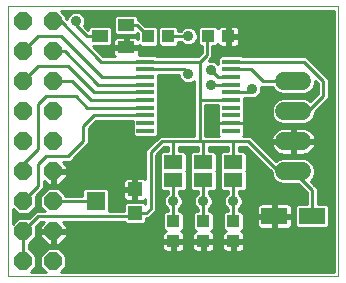
<source format=gbl>
G75*
G70*
%OFA0B0*%
%FSLAX24Y24*%
%IPPOS*%
%LPD*%
%AMOC8*
5,1,8,0,0,1.08239X$1,22.5*
%
%ADD10C,0.0000*%
%ADD11R,0.0591X0.0157*%
%ADD12R,0.0551X0.0394*%
%ADD13R,0.0433X0.0394*%
%ADD14R,0.0394X0.0433*%
%ADD15R,0.0630X0.0460*%
%ADD16C,0.0594*%
%ADD17R,0.0866X0.0551*%
%ADD18R,0.0630X0.0591*%
%ADD19R,0.0472X0.0472*%
%ADD20OC8,0.0600*%
%ADD21C,0.0100*%
%ADD22C,0.0357*%
D10*
X000151Y000151D02*
X000151Y009151D01*
X011151Y009151D01*
X011151Y000151D01*
X000151Y000151D01*
D11*
X004724Y005000D03*
X004724Y005256D03*
X004724Y005511D03*
X004724Y005767D03*
X004724Y006023D03*
X004724Y006279D03*
X004724Y006535D03*
X004724Y006791D03*
X004724Y007047D03*
X004724Y007303D03*
X007578Y007303D03*
X007578Y007047D03*
X007578Y006791D03*
X007578Y006535D03*
X007578Y006279D03*
X007578Y006023D03*
X007578Y005767D03*
X007578Y005511D03*
X007578Y005256D03*
X007578Y005000D03*
D12*
X004084Y007777D03*
X004084Y008525D03*
X003218Y008151D03*
D13*
X006817Y008151D03*
X007486Y008151D03*
X007651Y001986D03*
X007651Y001317D03*
X006651Y001317D03*
X006651Y001986D03*
X005651Y001986D03*
X005651Y001317D03*
D14*
X005486Y008151D03*
X004817Y008151D03*
D15*
X005651Y003951D03*
X005651Y003351D03*
X006651Y003351D03*
X006651Y003951D03*
X007651Y003951D03*
X007651Y003351D03*
D16*
X009354Y003651D02*
X009948Y003651D01*
X009948Y004651D02*
X009354Y004651D01*
X009354Y005651D02*
X009948Y005651D01*
X009948Y006651D02*
X009354Y006651D01*
D17*
X009021Y002151D03*
X010281Y002151D03*
D18*
X003061Y002651D03*
D19*
X004370Y002257D03*
X004370Y003045D03*
D20*
X001651Y002651D03*
X000651Y002651D03*
X000651Y001651D03*
X001651Y001651D03*
X001651Y000651D03*
X000651Y000651D03*
X000651Y003651D03*
X001651Y003651D03*
X001651Y004651D03*
X000651Y004651D03*
X000651Y005651D03*
X001651Y005651D03*
X001651Y006651D03*
X000651Y006651D03*
X000651Y007651D03*
X001651Y007651D03*
X001651Y008651D03*
X000651Y008651D03*
D21*
X001151Y008151D02*
X000651Y007651D01*
X001151Y008151D02*
X001901Y008151D01*
X003261Y006791D01*
X004724Y006791D01*
X004724Y007047D02*
X006006Y007047D01*
X006151Y006901D01*
X005890Y006726D02*
X005976Y006640D01*
X006090Y006593D01*
X006213Y006593D01*
X006326Y006640D01*
X006346Y006660D01*
X006346Y006101D01*
X006346Y005952D01*
X006346Y004831D01*
X005726Y004831D01*
X005202Y004831D01*
X005096Y004726D01*
X004721Y004351D01*
X004721Y004202D01*
X004721Y003378D01*
X004698Y003401D01*
X004664Y003421D01*
X004626Y003431D01*
X004420Y003431D01*
X004420Y003095D01*
X004320Y003095D01*
X004320Y003431D01*
X004114Y003431D01*
X004076Y003421D01*
X004041Y003401D01*
X004013Y003373D01*
X003994Y003339D01*
X003983Y003301D01*
X003983Y003095D01*
X004320Y003095D01*
X004320Y002995D01*
X004420Y002995D01*
X004420Y002659D01*
X004626Y002659D01*
X004664Y002669D01*
X004698Y002689D01*
X004721Y002712D01*
X004721Y002562D01*
X004660Y002624D01*
X004080Y002624D01*
X004003Y002548D01*
X004003Y002331D01*
X003506Y002331D01*
X003506Y003000D01*
X003429Y003076D01*
X002692Y003076D01*
X002616Y003000D01*
X002616Y002831D01*
X002079Y002831D01*
X001829Y003081D01*
X001473Y003081D01*
X001221Y002829D01*
X001221Y002473D01*
X001363Y002331D01*
X001226Y002331D01*
X001077Y002331D01*
X000827Y002081D01*
X000473Y002081D01*
X000301Y001909D01*
X000301Y002393D01*
X000473Y002221D01*
X000829Y002221D01*
X001081Y002473D01*
X001081Y002827D01*
X001331Y003077D01*
X001331Y003226D01*
X001331Y003335D01*
X001465Y003201D01*
X001601Y003201D01*
X001601Y003601D01*
X001701Y003601D01*
X001701Y003201D01*
X001838Y003201D01*
X002101Y003465D01*
X002101Y003601D01*
X001701Y003601D01*
X001701Y003701D01*
X002101Y003701D01*
X002101Y003838D01*
X001967Y003971D01*
X002226Y003971D01*
X002331Y004077D01*
X002831Y004577D01*
X002831Y004726D01*
X002831Y005077D01*
X003086Y005331D01*
X004299Y005331D01*
X004299Y005123D01*
X004299Y004867D01*
X004375Y004791D01*
X005073Y004791D01*
X005149Y004867D01*
X005149Y005123D01*
X005149Y005379D01*
X005149Y005635D01*
X005149Y005891D01*
X005149Y006147D01*
X005149Y006402D01*
X005149Y006658D01*
X005149Y006867D01*
X005843Y006867D01*
X005843Y006840D01*
X005890Y006726D01*
X005878Y006754D02*
X005149Y006754D01*
X005149Y006852D02*
X005843Y006852D01*
X005961Y006655D02*
X005149Y006655D01*
X005149Y006556D02*
X006346Y006556D01*
X006346Y006458D02*
X005149Y006458D01*
X005149Y006359D02*
X006346Y006359D01*
X006346Y006261D02*
X005149Y006261D01*
X005149Y006162D02*
X006346Y006162D01*
X006346Y006064D02*
X005149Y006064D01*
X005149Y005965D02*
X006346Y005965D01*
X006346Y005867D02*
X005149Y005867D01*
X005149Y005768D02*
X006346Y005768D01*
X006346Y005670D02*
X005149Y005670D01*
X005149Y005571D02*
X006346Y005571D01*
X006346Y005473D02*
X005149Y005473D01*
X005149Y005374D02*
X006346Y005374D01*
X006346Y005275D02*
X005149Y005275D01*
X005149Y005177D02*
X006346Y005177D01*
X006346Y005078D02*
X005149Y005078D01*
X005149Y004980D02*
X006346Y004980D01*
X006346Y004881D02*
X005149Y004881D01*
X005153Y004783D02*
X002831Y004783D01*
X002831Y004881D02*
X004299Y004881D01*
X004299Y004980D02*
X002831Y004980D01*
X002833Y005078D02*
X004299Y005078D01*
X004299Y005177D02*
X002931Y005177D01*
X003030Y005275D02*
X004299Y005275D01*
X004724Y005511D02*
X003011Y005511D01*
X002651Y005151D01*
X002651Y004651D01*
X002151Y004151D01*
X001401Y004151D01*
X001151Y003901D01*
X001151Y003151D01*
X000651Y002651D01*
X000375Y002319D02*
X000301Y002319D01*
X000301Y002221D02*
X000966Y002221D01*
X000927Y002319D02*
X001065Y002319D01*
X001026Y002418D02*
X001277Y002418D01*
X001221Y002516D02*
X001081Y002516D01*
X001081Y002615D02*
X001221Y002615D01*
X001221Y002713D02*
X001081Y002713D01*
X001081Y002812D02*
X001221Y002812D01*
X001165Y002910D02*
X001302Y002910D01*
X001263Y003009D02*
X001401Y003009D01*
X001331Y003107D02*
X003983Y003107D01*
X003983Y003206D02*
X001842Y003206D01*
X001941Y003305D02*
X003984Y003305D01*
X004045Y003403D02*
X002039Y003403D01*
X002101Y003502D02*
X004721Y003502D01*
X004721Y003600D02*
X002101Y003600D01*
X002101Y003797D02*
X004721Y003797D01*
X004721Y003699D02*
X001701Y003699D01*
X001701Y003600D02*
X001601Y003600D01*
X001601Y003502D02*
X001701Y003502D01*
X001701Y003403D02*
X001601Y003403D01*
X001601Y003305D02*
X001701Y003305D01*
X001701Y003206D02*
X001601Y003206D01*
X001460Y003206D02*
X001331Y003206D01*
X001331Y003305D02*
X001361Y003305D01*
X001901Y003009D02*
X002624Y003009D01*
X002616Y002910D02*
X002000Y002910D01*
X001651Y002651D02*
X003061Y002651D01*
X003506Y002615D02*
X004071Y002615D01*
X004076Y002669D02*
X004114Y002659D01*
X004320Y002659D01*
X004320Y002995D01*
X003983Y002995D01*
X003983Y002789D01*
X003994Y002751D01*
X004013Y002717D01*
X004041Y002689D01*
X004076Y002669D01*
X004017Y002713D02*
X003506Y002713D01*
X003506Y002812D02*
X003983Y002812D01*
X003983Y002910D02*
X003506Y002910D01*
X003497Y003009D02*
X004320Y003009D01*
X004320Y003107D02*
X004420Y003107D01*
X004420Y003206D02*
X004320Y003206D01*
X004320Y003305D02*
X004420Y003305D01*
X004420Y003403D02*
X004320Y003403D01*
X004695Y003403D02*
X004721Y003403D01*
X005081Y003403D02*
X005206Y003403D01*
X005206Y003305D02*
X005081Y003305D01*
X005081Y003206D02*
X005206Y003206D01*
X005206Y003107D02*
X005081Y003107D01*
X005081Y003009D02*
X005265Y003009D01*
X005282Y002991D02*
X005471Y002991D01*
X005471Y002907D01*
X005390Y002826D01*
X005343Y002713D01*
X005081Y002713D01*
X005081Y002615D02*
X005343Y002615D01*
X005343Y002590D02*
X005390Y002476D01*
X005471Y002395D01*
X005471Y002313D01*
X005381Y002313D01*
X005305Y002236D01*
X005305Y001735D01*
X005381Y001659D01*
X005399Y001659D01*
X005377Y001653D01*
X005343Y001633D01*
X005315Y001605D01*
X005295Y001571D01*
X005285Y001533D01*
X005285Y001365D01*
X005602Y001365D01*
X005602Y001268D01*
X005285Y001268D01*
X005285Y001100D01*
X005295Y001062D01*
X005315Y001028D01*
X005343Y001000D01*
X005377Y000980D01*
X005415Y000970D01*
X005603Y000970D01*
X005603Y001268D01*
X005700Y001268D01*
X005700Y001365D01*
X006018Y001365D01*
X006018Y001533D01*
X006007Y001571D01*
X005988Y001605D01*
X005960Y001633D01*
X005926Y001653D01*
X005904Y001659D01*
X005922Y001659D01*
X005998Y001735D01*
X005998Y002236D01*
X005922Y002313D01*
X005831Y002313D01*
X005831Y002395D01*
X005913Y002476D01*
X005960Y002590D01*
X005960Y002713D01*
X005913Y002826D01*
X005831Y002907D01*
X005831Y002991D01*
X006020Y002991D01*
X006096Y003067D01*
X006096Y003635D01*
X006080Y003651D01*
X006096Y003667D01*
X006096Y004235D01*
X006020Y004311D01*
X005831Y004311D01*
X005831Y004471D01*
X006452Y004471D01*
X006471Y004471D01*
X006471Y004311D01*
X006282Y004311D01*
X006206Y004235D01*
X006206Y003667D01*
X006222Y003651D01*
X006206Y003635D01*
X006206Y003067D01*
X006282Y002991D01*
X006471Y002991D01*
X006471Y002907D01*
X006390Y002826D01*
X006343Y002713D01*
X005959Y002713D01*
X005960Y002615D02*
X006343Y002615D01*
X006343Y002590D02*
X006390Y002476D01*
X006471Y002395D01*
X006471Y002313D01*
X006381Y002313D01*
X006305Y002236D01*
X006305Y001735D01*
X006381Y001659D01*
X006399Y001659D01*
X006377Y001653D01*
X006343Y001633D01*
X006315Y001605D01*
X006295Y001571D01*
X006285Y001533D01*
X006285Y001365D01*
X006602Y001365D01*
X006602Y001268D01*
X006285Y001268D01*
X006285Y001100D01*
X006295Y001062D01*
X006315Y001028D01*
X006343Y001000D01*
X006377Y000980D01*
X006415Y000970D01*
X006603Y000970D01*
X006603Y001268D01*
X006700Y001268D01*
X006700Y001365D01*
X007018Y001365D01*
X007018Y001533D01*
X007007Y001571D01*
X006988Y001605D01*
X006960Y001633D01*
X006926Y001653D01*
X006904Y001659D01*
X006922Y001659D01*
X006998Y001735D01*
X006998Y002236D01*
X006922Y002313D01*
X006831Y002313D01*
X006831Y002395D01*
X006913Y002476D01*
X006960Y002590D01*
X006960Y002713D01*
X006913Y002826D01*
X006831Y002907D01*
X006831Y002991D01*
X007020Y002991D01*
X007096Y003067D01*
X007096Y003635D01*
X007080Y003651D01*
X007096Y003667D01*
X007096Y004235D01*
X007020Y004311D01*
X006831Y004311D01*
X006831Y004471D01*
X007471Y004471D01*
X007471Y004311D01*
X007282Y004311D01*
X007206Y004235D01*
X007206Y003667D01*
X007222Y003651D01*
X007206Y003635D01*
X007206Y003067D01*
X007282Y002991D01*
X007471Y002991D01*
X007471Y002907D01*
X007390Y002826D01*
X007343Y002713D01*
X006959Y002713D01*
X006960Y002615D02*
X007343Y002615D01*
X007343Y002590D02*
X007390Y002476D01*
X007471Y002395D01*
X007471Y002313D01*
X007381Y002313D01*
X007305Y002236D01*
X007305Y001735D01*
X007381Y001659D01*
X007399Y001659D01*
X007377Y001653D01*
X007343Y001633D01*
X007315Y001605D01*
X007295Y001571D01*
X007285Y001533D01*
X007285Y001365D01*
X007602Y001365D01*
X007602Y001268D01*
X007285Y001268D01*
X007285Y001100D01*
X007295Y001062D01*
X007315Y001028D01*
X007343Y001000D01*
X007377Y000980D01*
X007415Y000970D01*
X007603Y000970D01*
X007603Y001268D01*
X007700Y001268D01*
X007700Y001365D01*
X008018Y001365D01*
X008018Y001533D01*
X008007Y001571D01*
X007988Y001605D01*
X007960Y001633D01*
X007926Y001653D01*
X007904Y001659D01*
X007922Y001659D01*
X007998Y001735D01*
X007998Y002236D01*
X007922Y002313D01*
X007831Y002313D01*
X007831Y002395D01*
X007913Y002476D01*
X007960Y002590D01*
X007960Y002713D01*
X007913Y002826D01*
X007831Y002907D01*
X007831Y002991D01*
X008020Y002991D01*
X008096Y003067D01*
X008096Y003635D01*
X008080Y003651D01*
X008096Y003667D01*
X008096Y004235D01*
X008020Y004311D01*
X007831Y004311D01*
X007831Y004471D01*
X008077Y004471D01*
X008927Y003620D01*
X008927Y003566D01*
X008992Y003409D01*
X009113Y003289D01*
X009269Y003224D01*
X009824Y003224D01*
X010101Y002947D01*
X010101Y002557D01*
X009794Y002557D01*
X009718Y002481D01*
X009718Y001822D01*
X009794Y001746D01*
X010768Y001746D01*
X010844Y001822D01*
X010844Y002481D01*
X010768Y002557D01*
X010461Y002557D01*
X010461Y003096D01*
X010356Y003201D01*
X010356Y003201D01*
X010229Y003328D01*
X010310Y003409D01*
X010375Y003566D01*
X010375Y003736D01*
X010310Y003893D01*
X010190Y004013D01*
X010033Y004078D01*
X009269Y004078D01*
X009113Y004013D01*
X009078Y003979D01*
X008331Y004726D01*
X008226Y004831D01*
X007968Y004831D01*
X008004Y004867D01*
X008004Y005102D01*
X008013Y005119D01*
X008024Y005157D01*
X008024Y005255D01*
X007579Y005255D01*
X007579Y005256D01*
X008024Y005256D01*
X008024Y005354D01*
X008013Y005392D01*
X008004Y005409D01*
X008004Y005644D01*
X008004Y005900D01*
X008004Y006099D01*
X008080Y006099D01*
X008199Y006099D01*
X008215Y006093D01*
X008338Y006093D01*
X008451Y006140D01*
X008538Y006226D01*
X008585Y006340D01*
X008585Y006463D01*
X008581Y006471D01*
X008967Y006471D01*
X008992Y006409D01*
X009113Y006289D01*
X009269Y006224D01*
X010033Y006224D01*
X010190Y006289D01*
X010310Y006409D01*
X010375Y006566D01*
X010375Y006673D01*
X010471Y006577D01*
X010471Y006226D01*
X010224Y005979D01*
X010190Y006013D01*
X010033Y006078D01*
X009269Y006078D01*
X009113Y006013D01*
X008992Y005893D01*
X008927Y005736D01*
X008927Y005566D01*
X008992Y005409D01*
X009113Y005289D01*
X009269Y005224D01*
X010033Y005224D01*
X010190Y005289D01*
X010310Y005409D01*
X010375Y005566D01*
X010375Y005620D01*
X010831Y006077D01*
X010831Y006226D01*
X010831Y006726D01*
X010726Y006831D01*
X010074Y007483D01*
X009925Y007483D01*
X007956Y007483D01*
X007927Y007511D01*
X007229Y007511D01*
X007153Y007435D01*
X007153Y007210D01*
X007076Y007288D01*
X006963Y007335D01*
X006840Y007335D01*
X006839Y007334D01*
X006851Y007346D01*
X006956Y007452D01*
X006956Y007824D01*
X007087Y007824D01*
X007140Y007878D01*
X007149Y007862D01*
X007177Y007834D01*
X007211Y007815D01*
X007250Y007804D01*
X007437Y007804D01*
X007437Y008102D01*
X007534Y008102D01*
X007534Y007804D01*
X007722Y007804D01*
X007760Y007815D01*
X007794Y007834D01*
X007822Y007862D01*
X007842Y007896D01*
X007852Y007935D01*
X007852Y008103D01*
X007534Y008103D01*
X007534Y008200D01*
X007437Y008200D01*
X007437Y008498D01*
X007250Y008498D01*
X007211Y008488D01*
X007177Y008468D01*
X007149Y008440D01*
X007140Y008425D01*
X007087Y008478D01*
X006546Y008478D01*
X006470Y008402D01*
X006470Y007900D01*
X006546Y007824D01*
X006596Y007824D01*
X006596Y007601D01*
X006478Y007483D01*
X006425Y007483D01*
X005102Y007483D01*
X005073Y007511D01*
X004493Y007511D01*
X004500Y007522D01*
X004510Y007561D01*
X004510Y007729D01*
X004133Y007729D01*
X004133Y007826D01*
X004036Y007826D01*
X004036Y008124D01*
X003789Y008124D01*
X003751Y008114D01*
X003717Y008094D01*
X003689Y008066D01*
X003669Y008032D01*
X003659Y007994D01*
X003659Y007826D01*
X004036Y007826D01*
X004036Y007729D01*
X003659Y007729D01*
X003659Y007561D01*
X003669Y007522D01*
X003689Y007488D01*
X003694Y007483D01*
X003324Y007483D01*
X002982Y007824D01*
X003548Y007824D01*
X003624Y007900D01*
X003624Y008402D01*
X003548Y008478D01*
X002889Y008478D01*
X002813Y008402D01*
X002813Y008369D01*
X002675Y008507D01*
X002710Y008590D01*
X002710Y008713D01*
X002663Y008826D01*
X002576Y008913D01*
X002463Y008960D01*
X002340Y008960D01*
X002226Y008913D01*
X002140Y008826D01*
X002093Y008714D01*
X002081Y008726D01*
X002081Y008829D01*
X001909Y009001D01*
X011001Y009001D01*
X011001Y000301D01*
X001909Y000301D01*
X002081Y000473D01*
X002081Y000829D01*
X001829Y001081D01*
X001473Y001081D01*
X001221Y000829D01*
X001221Y000473D01*
X001393Y000301D01*
X000909Y000301D01*
X001081Y000473D01*
X001081Y000829D01*
X000831Y001079D01*
X000831Y001223D01*
X001081Y001473D01*
X001081Y001827D01*
X001226Y001971D01*
X001335Y001971D01*
X001201Y001838D01*
X001201Y001701D01*
X001601Y001701D01*
X001601Y001601D01*
X001701Y001601D01*
X001701Y001201D01*
X001838Y001201D01*
X002101Y001465D01*
X002101Y001601D01*
X001701Y001601D01*
X001701Y001701D01*
X002101Y001701D01*
X002101Y001838D01*
X001967Y001971D01*
X004003Y001971D01*
X004003Y001967D01*
X004080Y001891D01*
X004660Y001891D01*
X004736Y001967D01*
X004736Y002077D01*
X004832Y002077D01*
X004976Y002221D01*
X005081Y002327D01*
X005081Y004202D01*
X005351Y004471D01*
X005471Y004471D01*
X005471Y004311D01*
X005282Y004311D01*
X005206Y004235D01*
X005206Y003667D01*
X005222Y003651D01*
X005206Y003635D01*
X005206Y003067D01*
X005282Y002991D01*
X005471Y002910D02*
X005081Y002910D01*
X005081Y002812D02*
X005384Y002812D01*
X005343Y002713D02*
X005343Y002590D01*
X005373Y002516D02*
X005081Y002516D01*
X005081Y002418D02*
X005449Y002418D01*
X005471Y002319D02*
X005074Y002319D01*
X004975Y002221D02*
X005305Y002221D01*
X005305Y002122D02*
X004877Y002122D01*
X004736Y002024D02*
X005305Y002024D01*
X005305Y001925D02*
X004693Y001925D01*
X004757Y002257D02*
X004370Y002257D01*
X004263Y002151D01*
X001151Y002151D01*
X000651Y001651D01*
X000651Y000651D01*
X000971Y000940D02*
X001331Y000940D01*
X001233Y000841D02*
X001069Y000841D01*
X001081Y000742D02*
X001221Y000742D01*
X001221Y000644D02*
X001081Y000644D01*
X001081Y000545D02*
X001221Y000545D01*
X001247Y000447D02*
X001055Y000447D01*
X000956Y000348D02*
X001346Y000348D01*
X001956Y000348D02*
X011001Y000348D01*
X011001Y000447D02*
X002055Y000447D01*
X002081Y000545D02*
X011001Y000545D01*
X011001Y000644D02*
X002081Y000644D01*
X002081Y000742D02*
X011001Y000742D01*
X011001Y000841D02*
X002069Y000841D01*
X001971Y000940D02*
X011001Y000940D01*
X011001Y001038D02*
X007994Y001038D01*
X007988Y001028D02*
X008007Y001062D01*
X008018Y001100D01*
X008018Y001268D01*
X007700Y001268D01*
X007700Y000970D01*
X007887Y000970D01*
X007926Y000980D01*
X007960Y001000D01*
X007988Y001028D01*
X008018Y001137D02*
X011001Y001137D01*
X011001Y001235D02*
X008018Y001235D01*
X008018Y001432D02*
X011001Y001432D01*
X011001Y001334D02*
X007700Y001334D01*
X007602Y001334D02*
X006700Y001334D01*
X006700Y001268D02*
X007018Y001268D01*
X007018Y001100D01*
X007007Y001062D01*
X006988Y001028D01*
X006960Y001000D01*
X006926Y000980D01*
X006887Y000970D01*
X006700Y000970D01*
X006700Y001268D01*
X006700Y001235D02*
X006603Y001235D01*
X006603Y001137D02*
X006700Y001137D01*
X006700Y001038D02*
X006603Y001038D01*
X006309Y001038D02*
X005994Y001038D01*
X005988Y001028D02*
X006007Y001062D01*
X006018Y001100D01*
X006018Y001268D01*
X005700Y001268D01*
X005700Y000970D01*
X005887Y000970D01*
X005926Y000980D01*
X005960Y001000D01*
X005988Y001028D01*
X006018Y001137D02*
X006285Y001137D01*
X006285Y001235D02*
X006018Y001235D01*
X006018Y001432D02*
X006285Y001432D01*
X006285Y001531D02*
X006018Y001531D01*
X005964Y001629D02*
X006338Y001629D01*
X006312Y001728D02*
X005990Y001728D01*
X005998Y001826D02*
X006305Y001826D01*
X006305Y001925D02*
X005998Y001925D01*
X005998Y002024D02*
X006305Y002024D01*
X006305Y002122D02*
X005998Y002122D01*
X005998Y002221D02*
X006305Y002221D01*
X006471Y002319D02*
X005831Y002319D01*
X005854Y002418D02*
X006449Y002418D01*
X006373Y002516D02*
X005929Y002516D01*
X005918Y002812D02*
X006384Y002812D01*
X006343Y002713D02*
X006343Y002590D01*
X006651Y002651D02*
X006651Y003351D01*
X006206Y003305D02*
X006096Y003305D01*
X006096Y003403D02*
X006206Y003403D01*
X006206Y003502D02*
X006096Y003502D01*
X006096Y003600D02*
X006206Y003600D01*
X006206Y003699D02*
X006096Y003699D01*
X006096Y003797D02*
X006206Y003797D01*
X006206Y003896D02*
X006096Y003896D01*
X006096Y003994D02*
X006206Y003994D01*
X006206Y004093D02*
X006096Y004093D01*
X006096Y004191D02*
X006206Y004191D01*
X006261Y004290D02*
X006041Y004290D01*
X005831Y004389D02*
X006471Y004389D01*
X006526Y004651D02*
X006526Y006026D01*
X006529Y006023D01*
X007578Y006023D01*
X007578Y006279D02*
X008154Y006279D01*
X008276Y006401D01*
X008552Y006261D02*
X009181Y006261D01*
X009042Y006359D02*
X008585Y006359D01*
X008585Y006458D02*
X008972Y006458D01*
X008651Y006651D02*
X009651Y006651D01*
X010121Y006261D02*
X010471Y006261D01*
X010471Y006359D02*
X010260Y006359D01*
X010330Y006458D02*
X010471Y006458D01*
X010471Y006556D02*
X010371Y006556D01*
X010375Y006655D02*
X010393Y006655D01*
X010651Y006651D02*
X010651Y006151D01*
X010151Y005651D01*
X009651Y005651D01*
X010156Y005275D02*
X011001Y005275D01*
X011001Y005177D02*
X008024Y005177D01*
X008024Y005275D02*
X009146Y005275D01*
X009028Y005374D02*
X008018Y005374D01*
X008004Y005473D02*
X008966Y005473D01*
X008927Y005571D02*
X008004Y005571D01*
X008004Y005670D02*
X008927Y005670D01*
X008941Y005768D02*
X008004Y005768D01*
X008004Y005867D02*
X008982Y005867D01*
X009065Y005965D02*
X008004Y005965D01*
X008004Y006064D02*
X009235Y006064D01*
X008651Y006651D02*
X008256Y007047D01*
X007578Y007047D01*
X007578Y006791D02*
X007136Y006791D01*
X006901Y007026D01*
X007117Y007246D02*
X007153Y007246D01*
X007153Y007345D02*
X006849Y007345D01*
X006948Y007443D02*
X007161Y007443D01*
X006956Y007542D02*
X011001Y007542D01*
X011001Y007640D02*
X006956Y007640D01*
X006956Y007739D02*
X011001Y007739D01*
X011001Y007838D02*
X007798Y007838D01*
X007852Y007936D02*
X011001Y007936D01*
X011001Y008035D02*
X007852Y008035D01*
X007852Y008200D02*
X007852Y008368D01*
X007842Y008406D01*
X007822Y008440D01*
X007794Y008468D01*
X007760Y008488D01*
X007722Y008498D01*
X007534Y008498D01*
X007534Y008200D01*
X007852Y008200D01*
X007852Y008232D02*
X011001Y008232D01*
X011001Y008330D02*
X007852Y008330D01*
X007829Y008429D02*
X011001Y008429D01*
X011001Y008527D02*
X004695Y008527D01*
X004725Y008498D02*
X004517Y008705D01*
X004490Y008705D01*
X004490Y008776D01*
X004414Y008852D01*
X003755Y008852D01*
X003679Y008776D01*
X003679Y008274D01*
X003755Y008198D01*
X004414Y008198D01*
X004464Y008249D01*
X004490Y008223D01*
X004490Y008049D01*
X004480Y008066D01*
X004452Y008094D01*
X004418Y008114D01*
X004380Y008124D01*
X004133Y008124D01*
X004133Y007826D01*
X004510Y007826D01*
X004510Y007861D01*
X004566Y007805D01*
X005067Y007805D01*
X005143Y007881D01*
X005143Y008422D01*
X005067Y008498D01*
X004725Y008498D01*
X004596Y008626D02*
X011001Y008626D01*
X011001Y008724D02*
X004490Y008724D01*
X004443Y008823D02*
X011001Y008823D01*
X011001Y008922D02*
X002554Y008922D01*
X002664Y008823D02*
X003726Y008823D01*
X003679Y008724D02*
X002705Y008724D01*
X002710Y008626D02*
X003679Y008626D01*
X003679Y008527D02*
X002684Y008527D01*
X002753Y008429D02*
X002839Y008429D01*
X002776Y008151D02*
X002401Y008526D01*
X002401Y008651D01*
X002248Y008922D02*
X001989Y008922D01*
X002081Y008823D02*
X002139Y008823D01*
X002098Y008724D02*
X002082Y008724D01*
X001901Y008651D02*
X001651Y008651D01*
X001901Y008651D02*
X003250Y007303D01*
X004724Y007303D01*
X006500Y007303D01*
X006526Y007276D01*
X006526Y006026D01*
X006706Y005843D02*
X007153Y005843D01*
X007153Y005644D01*
X007153Y005409D01*
X007143Y005392D01*
X007133Y005354D01*
X007133Y005256D01*
X007578Y005256D01*
X007578Y005255D01*
X007133Y005255D01*
X007133Y005157D01*
X007143Y005119D01*
X007153Y005102D01*
X007153Y004867D01*
X007189Y004831D01*
X006726Y004831D01*
X006706Y004831D01*
X006706Y005843D01*
X006706Y005768D02*
X007153Y005768D01*
X007153Y005670D02*
X006706Y005670D01*
X006706Y005571D02*
X007153Y005571D01*
X007153Y005473D02*
X006706Y005473D01*
X006706Y005374D02*
X007138Y005374D01*
X007133Y005275D02*
X006706Y005275D01*
X006706Y005177D02*
X007133Y005177D01*
X007153Y005078D02*
X006706Y005078D01*
X006706Y004980D02*
X007153Y004980D01*
X007153Y004881D02*
X006706Y004881D01*
X006651Y004651D02*
X006526Y004651D01*
X005651Y004651D01*
X005276Y004651D01*
X004901Y004276D01*
X004901Y002401D01*
X004757Y002257D01*
X004721Y002615D02*
X004669Y002615D01*
X004420Y002713D02*
X004320Y002713D01*
X004320Y002812D02*
X004420Y002812D01*
X004420Y002910D02*
X004320Y002910D01*
X004003Y002516D02*
X003506Y002516D01*
X003506Y002418D02*
X004003Y002418D01*
X004046Y001925D02*
X002014Y001925D01*
X002101Y001826D02*
X005305Y001826D01*
X005312Y001728D02*
X002101Y001728D01*
X002101Y001531D02*
X005285Y001531D01*
X005285Y001432D02*
X002069Y001432D01*
X001970Y001334D02*
X005602Y001334D01*
X005700Y001334D02*
X006602Y001334D01*
X006964Y001629D02*
X007338Y001629D01*
X007312Y001728D02*
X006990Y001728D01*
X006998Y001826D02*
X007305Y001826D01*
X007305Y001925D02*
X006998Y001925D01*
X006998Y002024D02*
X007305Y002024D01*
X007305Y002122D02*
X006998Y002122D01*
X006998Y002221D02*
X007305Y002221D01*
X007471Y002319D02*
X006831Y002319D01*
X006854Y002418D02*
X007449Y002418D01*
X007373Y002516D02*
X006929Y002516D01*
X006918Y002812D02*
X007384Y002812D01*
X007343Y002713D02*
X007343Y002590D01*
X007651Y002651D02*
X007651Y001986D01*
X007998Y002024D02*
X008438Y002024D01*
X008438Y002101D02*
X008438Y001856D01*
X008448Y001818D01*
X008468Y001783D01*
X008496Y001756D01*
X008530Y001736D01*
X008568Y001726D01*
X008971Y001726D01*
X008971Y002101D01*
X008438Y002101D01*
X008438Y002201D02*
X008971Y002201D01*
X008971Y002101D01*
X009071Y002101D01*
X009071Y001726D01*
X009474Y001726D01*
X009512Y001736D01*
X009546Y001756D01*
X009574Y001783D01*
X009594Y001818D01*
X009604Y001856D01*
X009604Y002101D01*
X009071Y002101D01*
X009071Y002201D01*
X008971Y002201D01*
X008971Y002577D01*
X008568Y002577D01*
X008530Y002566D01*
X008496Y002547D01*
X008468Y002519D01*
X008448Y002485D01*
X008438Y002446D01*
X008438Y002201D01*
X008438Y002221D02*
X007998Y002221D01*
X007998Y002122D02*
X008971Y002122D01*
X008971Y002024D02*
X009071Y002024D01*
X009071Y002122D02*
X009718Y002122D01*
X009718Y002024D02*
X009604Y002024D01*
X009604Y001925D02*
X009718Y001925D01*
X009718Y001826D02*
X009596Y001826D01*
X009483Y001728D02*
X011001Y001728D01*
X011001Y001826D02*
X010844Y001826D01*
X010844Y001925D02*
X011001Y001925D01*
X011001Y002024D02*
X010844Y002024D01*
X010844Y002122D02*
X011001Y002122D01*
X011001Y002221D02*
X010844Y002221D01*
X010844Y002319D02*
X011001Y002319D01*
X011001Y002418D02*
X010844Y002418D01*
X010809Y002516D02*
X011001Y002516D01*
X011001Y002615D02*
X010461Y002615D01*
X010461Y002713D02*
X011001Y002713D01*
X011001Y002812D02*
X010461Y002812D01*
X010461Y002910D02*
X011001Y002910D01*
X011001Y003009D02*
X010461Y003009D01*
X010449Y003107D02*
X011001Y003107D01*
X011001Y003206D02*
X010351Y003206D01*
X010252Y003305D02*
X011001Y003305D01*
X011001Y003403D02*
X010304Y003403D01*
X010348Y003502D02*
X011001Y003502D01*
X011001Y003600D02*
X010375Y003600D01*
X010375Y003699D02*
X011001Y003699D01*
X011001Y003797D02*
X010350Y003797D01*
X010307Y003896D02*
X011001Y003896D01*
X011001Y003994D02*
X010208Y003994D01*
X010120Y004237D02*
X010053Y004215D01*
X009983Y004204D01*
X009700Y004204D01*
X009700Y004602D01*
X009603Y004602D01*
X009603Y004204D01*
X009319Y004204D01*
X009250Y004215D01*
X009183Y004237D01*
X009120Y004269D01*
X009063Y004310D01*
X009013Y004360D01*
X008972Y004417D01*
X008940Y004480D01*
X008918Y004546D01*
X008910Y004603D01*
X009602Y004603D01*
X009602Y004700D01*
X008910Y004700D01*
X008918Y004756D01*
X008940Y004823D01*
X008972Y004885D01*
X009013Y004942D01*
X009063Y004992D01*
X009120Y005033D01*
X009183Y005065D01*
X009250Y005087D01*
X009319Y005098D01*
X009603Y005098D01*
X009603Y004700D01*
X009700Y004700D01*
X009700Y005098D01*
X009983Y005098D01*
X010053Y005087D01*
X010120Y005065D01*
X010182Y005033D01*
X010239Y004992D01*
X010289Y004942D01*
X010330Y004885D01*
X010362Y004823D01*
X010384Y004756D01*
X010393Y004700D01*
X009700Y004700D01*
X009700Y004603D01*
X010393Y004603D01*
X010384Y004546D01*
X010362Y004480D01*
X010330Y004417D01*
X010289Y004360D01*
X010239Y004310D01*
X010182Y004269D01*
X010120Y004237D01*
X010211Y004290D02*
X011001Y004290D01*
X011001Y004191D02*
X008865Y004191D01*
X008964Y004093D02*
X011001Y004093D01*
X011001Y004389D02*
X010310Y004389D01*
X010365Y004487D02*
X011001Y004487D01*
X011001Y004586D02*
X010390Y004586D01*
X010375Y004783D02*
X011001Y004783D01*
X011001Y004881D02*
X010332Y004881D01*
X010251Y004980D02*
X011001Y004980D01*
X011001Y005078D02*
X010079Y005078D01*
X010274Y005374D02*
X011001Y005374D01*
X011001Y005473D02*
X010336Y005473D01*
X010375Y005571D02*
X011001Y005571D01*
X011001Y005670D02*
X010424Y005670D01*
X010523Y005768D02*
X011001Y005768D01*
X011001Y005867D02*
X010621Y005867D01*
X010720Y005965D02*
X011001Y005965D01*
X011001Y006064D02*
X010818Y006064D01*
X010831Y006162D02*
X011001Y006162D01*
X011001Y006261D02*
X010831Y006261D01*
X010831Y006359D02*
X011001Y006359D01*
X011001Y006458D02*
X010831Y006458D01*
X010831Y006556D02*
X011001Y006556D01*
X011001Y006655D02*
X010831Y006655D01*
X010803Y006754D02*
X011001Y006754D01*
X011001Y006852D02*
X010705Y006852D01*
X010606Y006951D02*
X011001Y006951D01*
X011001Y007049D02*
X010508Y007049D01*
X010409Y007148D02*
X011001Y007148D01*
X011001Y007246D02*
X010311Y007246D01*
X010212Y007345D02*
X011001Y007345D01*
X011001Y007443D02*
X010113Y007443D01*
X010000Y007303D02*
X010651Y006651D01*
X010408Y006162D02*
X008473Y006162D01*
X007578Y006535D02*
X006910Y006535D01*
X006901Y006526D01*
X006346Y006655D02*
X006341Y006655D01*
X006526Y007276D02*
X006776Y007526D01*
X006776Y008111D01*
X006817Y008151D01*
X006817Y008067D01*
X006776Y008026D01*
X006470Y008035D02*
X006437Y008035D01*
X006460Y008090D02*
X006413Y007976D01*
X006326Y007890D01*
X006213Y007843D01*
X006090Y007843D01*
X005976Y007890D01*
X005895Y007971D01*
X005813Y007971D01*
X005813Y007881D01*
X005736Y007805D01*
X005235Y007805D01*
X005159Y007881D01*
X005159Y008422D01*
X005235Y008498D01*
X005736Y008498D01*
X005813Y008422D01*
X005813Y008331D01*
X005895Y008331D01*
X005976Y008413D01*
X006090Y008460D01*
X006213Y008460D01*
X006326Y008413D01*
X006413Y008326D01*
X006460Y008213D01*
X006460Y008090D01*
X006460Y008133D02*
X006470Y008133D01*
X006470Y008232D02*
X006452Y008232D01*
X006470Y008330D02*
X006408Y008330D01*
X006497Y008429D02*
X006287Y008429D01*
X006016Y008429D02*
X005805Y008429D01*
X005486Y008151D02*
X006151Y008151D01*
X005930Y007936D02*
X005813Y007936D01*
X005769Y007838D02*
X006533Y007838D01*
X006470Y007936D02*
X006372Y007936D01*
X006596Y007739D02*
X004133Y007739D01*
X004036Y007739D02*
X003068Y007739D01*
X003166Y007640D02*
X003659Y007640D01*
X003664Y007542D02*
X003265Y007542D01*
X003561Y007838D02*
X003659Y007838D01*
X003659Y007936D02*
X003624Y007936D01*
X003624Y008035D02*
X003671Y008035D01*
X003624Y008133D02*
X004490Y008133D01*
X004481Y008232D02*
X004447Y008232D01*
X004443Y008525D02*
X004084Y008525D01*
X004443Y008525D02*
X004817Y008151D01*
X005143Y008133D02*
X005159Y008133D01*
X005159Y008035D02*
X005143Y008035D01*
X005143Y007936D02*
X005159Y007936D01*
X005202Y007838D02*
X005100Y007838D01*
X005143Y008232D02*
X005159Y008232D01*
X005159Y008330D02*
X005143Y008330D01*
X005136Y008429D02*
X005166Y008429D01*
X004533Y007838D02*
X004510Y007838D01*
X004510Y007640D02*
X006596Y007640D01*
X006537Y007542D02*
X004505Y007542D01*
X004133Y007838D02*
X004036Y007838D01*
X004036Y007936D02*
X004133Y007936D01*
X004133Y008035D02*
X004036Y008035D01*
X003721Y008232D02*
X003624Y008232D01*
X003624Y008330D02*
X003679Y008330D01*
X003679Y008429D02*
X003597Y008429D01*
X003218Y008151D02*
X002776Y008151D01*
X002026Y007651D02*
X001651Y007651D01*
X002026Y007651D02*
X003142Y006535D01*
X004724Y006535D01*
X004724Y006279D02*
X003023Y006279D01*
X002151Y007151D01*
X001151Y007151D01*
X000651Y006651D01*
X001151Y005901D02*
X001401Y006151D01*
X002401Y006151D01*
X002785Y005767D01*
X004724Y005767D01*
X004724Y006023D02*
X002904Y006023D01*
X002276Y006651D01*
X001651Y006651D01*
X001151Y005901D02*
X001151Y004401D01*
X000651Y003901D01*
X000651Y003651D01*
X002043Y003896D02*
X004721Y003896D01*
X004721Y003994D02*
X002249Y003994D01*
X002347Y004093D02*
X004721Y004093D01*
X004721Y004191D02*
X002446Y004191D01*
X002545Y004290D02*
X004721Y004290D01*
X004759Y004389D02*
X002643Y004389D01*
X002742Y004487D02*
X004858Y004487D01*
X004956Y004586D02*
X002831Y004586D01*
X002831Y004684D02*
X005055Y004684D01*
X005268Y004389D02*
X005471Y004389D01*
X005261Y004290D02*
X005170Y004290D01*
X005206Y004191D02*
X005081Y004191D01*
X005081Y004093D02*
X005206Y004093D01*
X005206Y003994D02*
X005081Y003994D01*
X005081Y003896D02*
X005206Y003896D01*
X005206Y003797D02*
X005081Y003797D01*
X005081Y003699D02*
X005206Y003699D01*
X005206Y003600D02*
X005081Y003600D01*
X005081Y003502D02*
X005206Y003502D01*
X005651Y003351D02*
X005651Y002651D01*
X005651Y001986D01*
X005338Y001629D02*
X001701Y001629D01*
X001701Y001531D02*
X001601Y001531D01*
X001601Y001601D02*
X001601Y001201D01*
X001465Y001201D01*
X001201Y001465D01*
X001201Y001601D01*
X001601Y001601D01*
X001601Y001629D02*
X001081Y001629D01*
X001081Y001531D02*
X001201Y001531D01*
X001234Y001432D02*
X001040Y001432D01*
X000942Y001334D02*
X001332Y001334D01*
X001431Y001235D02*
X000843Y001235D01*
X000831Y001137D02*
X005285Y001137D01*
X005285Y001235D02*
X001872Y001235D01*
X001701Y001235D02*
X001601Y001235D01*
X001601Y001334D02*
X001701Y001334D01*
X001701Y001432D02*
X001601Y001432D01*
X001430Y001038D02*
X000872Y001038D01*
X001081Y001728D02*
X001201Y001728D01*
X001201Y001826D02*
X001081Y001826D01*
X001179Y001925D02*
X001289Y001925D01*
X000868Y002122D02*
X000301Y002122D01*
X000301Y002024D02*
X000415Y002024D01*
X000317Y001925D02*
X000301Y001925D01*
X001872Y001038D02*
X005309Y001038D01*
X005603Y001038D02*
X005700Y001038D01*
X005700Y001137D02*
X005603Y001137D01*
X005603Y001235D02*
X005700Y001235D01*
X006651Y001986D02*
X006651Y002651D01*
X006471Y002910D02*
X005831Y002910D01*
X006038Y003009D02*
X006265Y003009D01*
X006206Y003107D02*
X006096Y003107D01*
X006096Y003206D02*
X006206Y003206D01*
X006831Y002910D02*
X007471Y002910D01*
X007265Y003009D02*
X007038Y003009D01*
X007096Y003107D02*
X007206Y003107D01*
X007206Y003206D02*
X007096Y003206D01*
X007096Y003305D02*
X007206Y003305D01*
X007206Y003403D02*
X007096Y003403D01*
X007096Y003502D02*
X007206Y003502D01*
X007206Y003600D02*
X007096Y003600D01*
X007096Y003699D02*
X007206Y003699D01*
X007206Y003797D02*
X007096Y003797D01*
X007096Y003896D02*
X007206Y003896D01*
X007206Y003994D02*
X007096Y003994D01*
X007096Y004093D02*
X007206Y004093D01*
X007206Y004191D02*
X007096Y004191D01*
X007041Y004290D02*
X007261Y004290D01*
X007471Y004389D02*
X006831Y004389D01*
X006651Y004651D02*
X006651Y003951D01*
X006651Y004651D02*
X007651Y004651D01*
X008151Y004651D01*
X009151Y003651D01*
X009651Y003651D01*
X010281Y003021D01*
X010281Y002151D01*
X009754Y002516D02*
X009576Y002516D01*
X009574Y002519D02*
X009546Y002547D01*
X009512Y002566D01*
X009474Y002577D01*
X009071Y002577D01*
X009071Y002201D01*
X009604Y002201D01*
X009604Y002446D01*
X009594Y002485D01*
X009574Y002519D01*
X009604Y002418D02*
X009718Y002418D01*
X009718Y002319D02*
X009604Y002319D01*
X009604Y002221D02*
X009718Y002221D01*
X010101Y002615D02*
X007960Y002615D01*
X007959Y002713D02*
X010101Y002713D01*
X010101Y002812D02*
X007918Y002812D01*
X007831Y002910D02*
X010101Y002910D01*
X010039Y003009D02*
X008038Y003009D01*
X008096Y003107D02*
X009940Y003107D01*
X009842Y003206D02*
X008096Y003206D01*
X008096Y003305D02*
X009097Y003305D01*
X008999Y003403D02*
X008096Y003403D01*
X008096Y003502D02*
X008954Y003502D01*
X008927Y003600D02*
X008096Y003600D01*
X008096Y003699D02*
X008849Y003699D01*
X008751Y003797D02*
X008096Y003797D01*
X008096Y003896D02*
X008652Y003896D01*
X008553Y003994D02*
X008096Y003994D01*
X008096Y004093D02*
X008455Y004093D01*
X008356Y004191D02*
X008096Y004191D01*
X008041Y004290D02*
X008258Y004290D01*
X008159Y004389D02*
X007831Y004389D01*
X007651Y004651D02*
X007651Y003951D01*
X007651Y003351D02*
X007651Y002651D01*
X007929Y002516D02*
X008467Y002516D01*
X008438Y002418D02*
X007854Y002418D01*
X007831Y002319D02*
X008438Y002319D01*
X008438Y001925D02*
X007998Y001925D01*
X007998Y001826D02*
X008446Y001826D01*
X008560Y001728D02*
X007990Y001728D01*
X007964Y001629D02*
X011001Y001629D01*
X011001Y001531D02*
X008018Y001531D01*
X007700Y001235D02*
X007603Y001235D01*
X007603Y001137D02*
X007700Y001137D01*
X007700Y001038D02*
X007603Y001038D01*
X007309Y001038D02*
X006994Y001038D01*
X007018Y001137D02*
X007285Y001137D01*
X007285Y001235D02*
X007018Y001235D01*
X007018Y001432D02*
X007285Y001432D01*
X007285Y001531D02*
X007018Y001531D01*
X008971Y001728D02*
X009071Y001728D01*
X009071Y001826D02*
X008971Y001826D01*
X008971Y001925D02*
X009071Y001925D01*
X009071Y002221D02*
X008971Y002221D01*
X008971Y002319D02*
X009071Y002319D01*
X009071Y002418D02*
X008971Y002418D01*
X008971Y002516D02*
X009071Y002516D01*
X009062Y003994D02*
X009094Y003994D01*
X009091Y004290D02*
X008767Y004290D01*
X008668Y004389D02*
X008993Y004389D01*
X008938Y004487D02*
X008570Y004487D01*
X008471Y004586D02*
X008912Y004586D01*
X008927Y004783D02*
X008274Y004783D01*
X008373Y004684D02*
X009602Y004684D01*
X009700Y004684D02*
X011001Y004684D01*
X009700Y004586D02*
X009603Y004586D01*
X009603Y004487D02*
X009700Y004487D01*
X009700Y004389D02*
X009603Y004389D01*
X009603Y004290D02*
X009700Y004290D01*
X009700Y004783D02*
X009603Y004783D01*
X009603Y004881D02*
X009700Y004881D01*
X009700Y004980D02*
X009603Y004980D01*
X009603Y005078D02*
X009700Y005078D01*
X009223Y005078D02*
X008004Y005078D01*
X008004Y004980D02*
X009051Y004980D01*
X008970Y004881D02*
X008004Y004881D01*
X010067Y006064D02*
X010309Y006064D01*
X010000Y007303D02*
X007578Y007303D01*
X007534Y007838D02*
X007437Y007838D01*
X007437Y007936D02*
X007534Y007936D01*
X007534Y008035D02*
X007437Y008035D01*
X007534Y008133D02*
X011001Y008133D01*
X007534Y008232D02*
X007437Y008232D01*
X007437Y008330D02*
X007534Y008330D01*
X007534Y008429D02*
X007437Y008429D01*
X007143Y008429D02*
X007136Y008429D01*
X007100Y007838D02*
X007174Y007838D01*
X005651Y004651D02*
X005651Y003951D01*
D22*
X005651Y002651D03*
X006651Y002651D03*
X007651Y002651D03*
X008276Y006401D03*
X006901Y006526D03*
X006901Y007026D03*
X006151Y006901D03*
X006151Y008151D03*
X002401Y008651D03*
M02*

</source>
